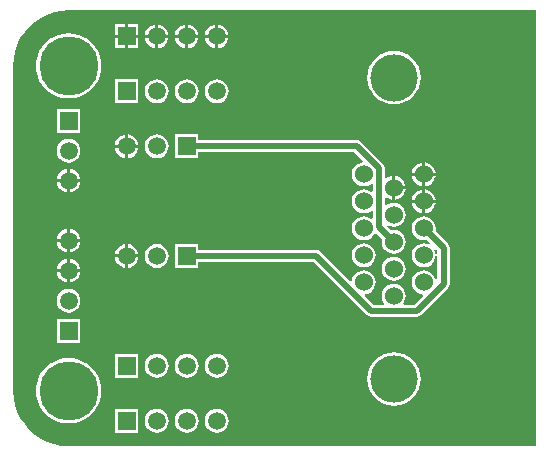
<source format=gbl>
G04 Layer_Physical_Order=2*
G04 Layer_Color=16711680*
%FSLAX24Y24*%
%MOIN*%
G70*
G01*
G75*
%ADD14C,0.0200*%
%ADD15C,0.1575*%
%ADD16C,0.0600*%
%ADD17R,0.0591X0.0591*%
%ADD18C,0.0591*%
%ADD19R,0.0591X0.0591*%
%ADD20C,0.1969*%
G36*
X0Y12674D02*
X15595D01*
Y-1847D01*
X0D01*
X-7Y-1848D01*
X-241Y-1833D01*
X-479Y-1786D01*
X-708Y-1708D01*
X-924Y-1601D01*
X-1126Y-1467D01*
X-1307Y-1307D01*
X-1467Y-1126D01*
X-1601Y-924D01*
X-1708Y-708D01*
X-1786Y-479D01*
X-1833Y-241D01*
X-1848Y-7D01*
X-1847Y0D01*
Y10827D01*
X-1848Y10834D01*
X-1833Y11068D01*
X-1786Y11305D01*
X-1708Y11534D01*
X-1601Y11751D01*
X-1467Y11952D01*
X-1307Y12134D01*
X-1126Y12294D01*
X-924Y12428D01*
X-708Y12535D01*
X-479Y12613D01*
X-241Y12660D01*
X-7Y12675D01*
X0Y12674D01*
D02*
G37*
%LPC*%
G36*
X-50Y4950D02*
X-392D01*
X-385Y4897D01*
X-345Y4801D01*
X-282Y4718D01*
X-199Y4655D01*
X-103Y4615D01*
X-50Y4608D01*
Y4950D01*
D02*
G37*
G36*
X1987Y4883D02*
Y4540D01*
X2329D01*
X2322Y4594D01*
X2282Y4690D01*
X2219Y4772D01*
X2136Y4836D01*
X2040Y4876D01*
X1987Y4883D01*
D02*
G37*
G36*
X11843Y5817D02*
X11738Y5803D01*
X11641Y5763D01*
X11557Y5699D01*
X11493Y5615D01*
X11453Y5518D01*
X11439Y5413D01*
X11453Y5309D01*
X11493Y5212D01*
X11557Y5128D01*
X11641Y5064D01*
X11738Y5024D01*
X11843Y5010D01*
X11944Y5023D01*
X12055Y4912D01*
X12027Y4870D01*
X11947Y4903D01*
X11843Y4917D01*
X11738Y4903D01*
X11641Y4863D01*
X11557Y4799D01*
X11493Y4715D01*
X11453Y4618D01*
X11439Y4513D01*
X11453Y4409D01*
X11493Y4312D01*
X11557Y4228D01*
X11641Y4164D01*
X11738Y4124D01*
X11843Y4110D01*
X11947Y4124D01*
X12044Y4164D01*
X12128Y4228D01*
X12192Y4312D01*
X12232Y4409D01*
X12246Y4513D01*
X12232Y4618D01*
X12199Y4698D01*
X12242Y4726D01*
X12296Y4671D01*
Y3696D01*
X12286Y3689D01*
X12233Y3712D01*
X12232Y3718D01*
X12192Y3815D01*
X12128Y3899D01*
X12044Y3963D01*
X11947Y4003D01*
X11843Y4017D01*
X11738Y4003D01*
X11641Y3963D01*
X11557Y3899D01*
X11493Y3815D01*
X11453Y3718D01*
X11439Y3613D01*
X11453Y3509D01*
X11493Y3412D01*
X11557Y3328D01*
X11641Y3264D01*
X11738Y3224D01*
X11794Y3216D01*
X11811Y3164D01*
X11515Y2867D01*
X11183D01*
X11158Y2917D01*
X11192Y2962D01*
X11232Y3059D01*
X11246Y3163D01*
X11232Y3268D01*
X11192Y3365D01*
X11128Y3449D01*
X11044Y3513D01*
X10947Y3553D01*
X10843Y3567D01*
X10738Y3553D01*
X10641Y3513D01*
X10557Y3449D01*
X10493Y3365D01*
X10453Y3268D01*
X10439Y3163D01*
X10453Y3059D01*
X10493Y2962D01*
X10527Y2917D01*
X10503Y2867D01*
X10170D01*
X9874Y3164D01*
X9892Y3216D01*
X9947Y3224D01*
X10044Y3264D01*
X10128Y3328D01*
X10192Y3412D01*
X10232Y3509D01*
X10246Y3613D01*
X10232Y3718D01*
X10192Y3815D01*
X10128Y3899D01*
X10044Y3963D01*
X9947Y4003D01*
X9843Y4017D01*
X9738Y4003D01*
X9641Y3963D01*
X9557Y3899D01*
X9493Y3815D01*
X9453Y3718D01*
X9446Y3662D01*
X9393Y3644D01*
X8403Y4635D01*
X8336Y4679D01*
X8258Y4694D01*
X4332D01*
Y4886D01*
X3542D01*
Y4095D01*
X4332D01*
Y4287D01*
X8174D01*
X9941Y2519D01*
X10007Y2475D01*
X10085Y2459D01*
X11600D01*
X11678Y2475D01*
X11744Y2519D01*
X12644Y3420D01*
X12688Y3486D01*
X12704Y3564D01*
Y4756D01*
X12688Y4834D01*
X12644Y4900D01*
X12233Y5312D01*
X12246Y5413D01*
X12232Y5518D01*
X12192Y5615D01*
X12128Y5699D01*
X12044Y5763D01*
X11947Y5803D01*
X11843Y5817D01*
D02*
G37*
G36*
X392Y4950D02*
X50D01*
Y4608D01*
X103Y4615D01*
X199Y4655D01*
X282Y4718D01*
X345Y4801D01*
X385Y4897D01*
X392Y4950D01*
D02*
G37*
G36*
X2329Y4440D02*
X1987D01*
Y4098D01*
X2040Y4105D01*
X2136Y4145D01*
X2219Y4209D01*
X2282Y4291D01*
X2322Y4387D01*
X2329Y4440D01*
D02*
G37*
G36*
X1887D02*
X1545D01*
X1552Y4387D01*
X1592Y4291D01*
X1655Y4209D01*
X1738Y4145D01*
X1834Y4105D01*
X1887Y4098D01*
Y4440D01*
D02*
G37*
G36*
Y4883D02*
X1834Y4876D01*
X1738Y4836D01*
X1655Y4772D01*
X1592Y4690D01*
X1552Y4594D01*
X1545Y4540D01*
X1887D01*
Y4883D01*
D02*
G37*
G36*
X9843Y4917D02*
X9738Y4903D01*
X9641Y4863D01*
X9557Y4799D01*
X9493Y4715D01*
X9453Y4618D01*
X9439Y4513D01*
X9453Y4409D01*
X9493Y4312D01*
X9557Y4228D01*
X9641Y4164D01*
X9738Y4124D01*
X9843Y4110D01*
X9947Y4124D01*
X10044Y4164D01*
X10128Y4228D01*
X10192Y4312D01*
X10232Y4409D01*
X10246Y4513D01*
X10232Y4618D01*
X10192Y4715D01*
X10128Y4799D01*
X10044Y4863D01*
X9947Y4903D01*
X9843Y4917D01*
D02*
G37*
G36*
X-50Y5392D02*
X-103Y5385D01*
X-199Y5345D01*
X-282Y5282D01*
X-345Y5199D01*
X-385Y5103D01*
X-392Y5050D01*
X-50D01*
Y5392D01*
D02*
G37*
G36*
X11239Y6713D02*
X10893D01*
Y6367D01*
X10947Y6374D01*
X11044Y6414D01*
X11128Y6478D01*
X11192Y6562D01*
X11232Y6659D01*
X11239Y6713D01*
D02*
G37*
G36*
X11893Y6710D02*
Y6363D01*
X12239D01*
X12232Y6418D01*
X12192Y6515D01*
X12128Y6599D01*
X12044Y6663D01*
X11947Y6703D01*
X11893Y6710D01*
D02*
G37*
G36*
X392Y6950D02*
X50D01*
Y6608D01*
X103Y6615D01*
X199Y6655D01*
X282Y6718D01*
X345Y6801D01*
X385Y6897D01*
X392Y6950D01*
D02*
G37*
G36*
X-50D02*
X-392D01*
X-385Y6897D01*
X-345Y6801D01*
X-282Y6718D01*
X-199Y6655D01*
X-103Y6615D01*
X-50Y6608D01*
Y6950D01*
D02*
G37*
G36*
X11793Y6263D02*
X11446D01*
X11453Y6209D01*
X11493Y6112D01*
X11557Y6028D01*
X11641Y5964D01*
X11738Y5924D01*
X11793Y5917D01*
Y6263D01*
D02*
G37*
G36*
X50Y5392D02*
Y5050D01*
X392D01*
X385Y5103D01*
X345Y5199D01*
X282Y5282D01*
X199Y5345D01*
X103Y5385D01*
X50Y5392D01*
D02*
G37*
G36*
X11793Y6710D02*
X11738Y6703D01*
X11641Y6663D01*
X11557Y6599D01*
X11493Y6515D01*
X11453Y6418D01*
X11446Y6363D01*
X11793D01*
Y6710D01*
D02*
G37*
G36*
X12239Y6263D02*
X11893D01*
Y5917D01*
X11947Y5924D01*
X12044Y5964D01*
X12128Y6028D01*
X12192Y6112D01*
X12232Y6209D01*
X12239Y6263D01*
D02*
G37*
G36*
X2937Y4889D02*
X2834Y4876D01*
X2738Y4836D01*
X2655Y4772D01*
X2592Y4690D01*
X2552Y4594D01*
X2538Y4490D01*
X2552Y4387D01*
X2592Y4291D01*
X2655Y4209D01*
X2738Y4145D01*
X2834Y4105D01*
X2937Y4092D01*
X3040Y4105D01*
X3136Y4145D01*
X3219Y4209D01*
X3282Y4291D01*
X3322Y4387D01*
X3336Y4490D01*
X3322Y4594D01*
X3282Y4690D01*
X3219Y4772D01*
X3136Y4836D01*
X3040Y4876D01*
X2937Y4889D01*
D02*
G37*
G36*
X10843Y1283D02*
X10669Y1266D01*
X10501Y1216D01*
X10347Y1133D01*
X10212Y1022D01*
X10101Y887D01*
X10019Y733D01*
X9968Y566D01*
X9951Y392D01*
X9968Y218D01*
X10019Y50D01*
X10101Y-104D01*
X10212Y-239D01*
X10347Y-350D01*
X10501Y-432D01*
X10669Y-483D01*
X10843Y-500D01*
X11016Y-483D01*
X11184Y-432D01*
X11338Y-350D01*
X11473Y-239D01*
X11584Y-104D01*
X11666Y50D01*
X11717Y218D01*
X11734Y392D01*
X11717Y566D01*
X11666Y733D01*
X11584Y887D01*
X11473Y1022D01*
X11338Y1133D01*
X11184Y1216D01*
X11016Y1266D01*
X10843Y1283D01*
D02*
G37*
G36*
X0Y1088D02*
X-170Y1074D01*
X-336Y1034D01*
X-494Y969D01*
X-639Y880D01*
X-769Y769D01*
X-880Y639D01*
X-969Y494D01*
X-1034Y336D01*
X-1074Y170D01*
X-1088Y0D01*
X-1074Y-170D01*
X-1034Y-336D01*
X-969Y-494D01*
X-880Y-639D01*
X-769Y-769D01*
X-639Y-880D01*
X-494Y-969D01*
X-336Y-1034D01*
X-170Y-1074D01*
X0Y-1088D01*
X170Y-1074D01*
X336Y-1034D01*
X494Y-969D01*
X639Y-880D01*
X769Y-769D01*
X880Y-639D01*
X969Y-494D01*
X1034Y-336D01*
X1074Y-170D01*
X1088Y0D01*
X1074Y170D01*
X1034Y336D01*
X969Y494D01*
X880Y639D01*
X769Y769D01*
X639Y880D01*
X494Y969D01*
X336Y1034D01*
X170Y1074D01*
X0Y1088D01*
D02*
G37*
G36*
X3937Y1229D02*
X3834Y1215D01*
X3738Y1175D01*
X3655Y1112D01*
X3592Y1029D01*
X3552Y933D01*
X3538Y830D01*
X3552Y727D01*
X3592Y631D01*
X3655Y548D01*
X3738Y485D01*
X3834Y445D01*
X3937Y431D01*
X4040Y445D01*
X4136Y485D01*
X4219Y548D01*
X4282Y631D01*
X4322Y727D01*
X4336Y830D01*
X4322Y933D01*
X4282Y1029D01*
X4219Y1112D01*
X4136Y1175D01*
X4040Y1215D01*
X3937Y1229D01*
D02*
G37*
G36*
X2937D02*
X2834Y1215D01*
X2738Y1175D01*
X2655Y1112D01*
X2592Y1029D01*
X2552Y933D01*
X2538Y830D01*
X2552Y727D01*
X2592Y631D01*
X2655Y548D01*
X2738Y485D01*
X2834Y445D01*
X2937Y431D01*
X3040Y445D01*
X3136Y485D01*
X3219Y548D01*
X3282Y631D01*
X3322Y727D01*
X3336Y830D01*
X3322Y933D01*
X3282Y1029D01*
X3219Y1112D01*
X3136Y1175D01*
X3040Y1215D01*
X2937Y1229D01*
D02*
G37*
G36*
X3937Y-601D02*
X3834Y-615D01*
X3738Y-655D01*
X3655Y-718D01*
X3592Y-801D01*
X3552Y-897D01*
X3538Y-1000D01*
X3552Y-1103D01*
X3592Y-1199D01*
X3655Y-1282D01*
X3738Y-1345D01*
X3834Y-1385D01*
X3937Y-1399D01*
X4040Y-1385D01*
X4136Y-1345D01*
X4219Y-1282D01*
X4282Y-1199D01*
X4322Y-1103D01*
X4336Y-1000D01*
X4322Y-897D01*
X4282Y-801D01*
X4219Y-718D01*
X4136Y-655D01*
X4040Y-615D01*
X3937Y-601D01*
D02*
G37*
G36*
X2937D02*
X2834Y-615D01*
X2738Y-655D01*
X2655Y-718D01*
X2592Y-801D01*
X2552Y-897D01*
X2538Y-1000D01*
X2552Y-1103D01*
X2592Y-1199D01*
X2655Y-1282D01*
X2738Y-1345D01*
X2834Y-1385D01*
X2937Y-1399D01*
X3040Y-1385D01*
X3136Y-1345D01*
X3219Y-1282D01*
X3282Y-1199D01*
X3322Y-1103D01*
X3336Y-1000D01*
X3322Y-897D01*
X3282Y-801D01*
X3219Y-718D01*
X3136Y-655D01*
X3040Y-615D01*
X2937Y-601D01*
D02*
G37*
G36*
X2332Y-605D02*
X1542D01*
Y-1395D01*
X2332D01*
Y-605D01*
D02*
G37*
G36*
X4937Y-601D02*
X4834Y-615D01*
X4738Y-655D01*
X4655Y-718D01*
X4592Y-801D01*
X4552Y-897D01*
X4538Y-1000D01*
X4552Y-1103D01*
X4592Y-1199D01*
X4655Y-1282D01*
X4738Y-1345D01*
X4834Y-1385D01*
X4937Y-1399D01*
X5040Y-1385D01*
X5136Y-1345D01*
X5219Y-1282D01*
X5282Y-1199D01*
X5322Y-1103D01*
X5336Y-1000D01*
X5322Y-897D01*
X5282Y-801D01*
X5219Y-718D01*
X5136Y-655D01*
X5040Y-615D01*
X4937Y-601D01*
D02*
G37*
G36*
Y1229D02*
X4834Y1215D01*
X4738Y1175D01*
X4655Y1112D01*
X4592Y1029D01*
X4552Y933D01*
X4538Y830D01*
X4552Y727D01*
X4592Y631D01*
X4655Y548D01*
X4738Y485D01*
X4834Y445D01*
X4937Y431D01*
X5040Y445D01*
X5136Y485D01*
X5219Y548D01*
X5282Y631D01*
X5322Y727D01*
X5336Y830D01*
X5322Y933D01*
X5282Y1029D01*
X5219Y1112D01*
X5136Y1175D01*
X5040Y1215D01*
X4937Y1229D01*
D02*
G37*
G36*
X10843Y4467D02*
X10738Y4453D01*
X10641Y4413D01*
X10557Y4349D01*
X10493Y4265D01*
X10453Y4168D01*
X10439Y4063D01*
X10453Y3959D01*
X10493Y3862D01*
X10557Y3778D01*
X10641Y3714D01*
X10738Y3674D01*
X10843Y3660D01*
X10947Y3674D01*
X11044Y3714D01*
X11128Y3778D01*
X11192Y3862D01*
X11232Y3959D01*
X11246Y4063D01*
X11232Y4168D01*
X11192Y4265D01*
X11128Y4349D01*
X11044Y4413D01*
X10947Y4453D01*
X10843Y4467D01*
D02*
G37*
G36*
X392Y3950D02*
X50D01*
Y3608D01*
X103Y3615D01*
X199Y3655D01*
X282Y3718D01*
X345Y3801D01*
X385Y3897D01*
X392Y3950D01*
D02*
G37*
G36*
X50Y4392D02*
Y4050D01*
X392D01*
X385Y4103D01*
X345Y4199D01*
X282Y4282D01*
X199Y4345D01*
X103Y4385D01*
X50Y4392D01*
D02*
G37*
G36*
X-50D02*
X-103Y4385D01*
X-199Y4345D01*
X-282Y4282D01*
X-345Y4199D01*
X-385Y4103D01*
X-392Y4050D01*
X-50D01*
Y4392D01*
D02*
G37*
G36*
X395Y2395D02*
X-395D01*
Y1605D01*
X395D01*
Y2395D01*
D02*
G37*
G36*
X2332Y1225D02*
X1542D01*
Y435D01*
X2332D01*
Y1225D01*
D02*
G37*
G36*
X-50Y3950D02*
X-392D01*
X-385Y3897D01*
X-345Y3801D01*
X-282Y3718D01*
X-199Y3655D01*
X-103Y3615D01*
X-50Y3608D01*
Y3950D01*
D02*
G37*
G36*
X0Y3399D02*
X-103Y3385D01*
X-199Y3345D01*
X-282Y3282D01*
X-345Y3199D01*
X-385Y3103D01*
X-399Y3000D01*
X-385Y2897D01*
X-345Y2801D01*
X-282Y2718D01*
X-199Y2655D01*
X-103Y2615D01*
X0Y2601D01*
X103Y2615D01*
X199Y2655D01*
X282Y2718D01*
X345Y2801D01*
X385Y2897D01*
X399Y3000D01*
X385Y3103D01*
X345Y3199D01*
X282Y3282D01*
X199Y3345D01*
X103Y3385D01*
X0Y3399D01*
D02*
G37*
G36*
X4332Y8546D02*
X3542D01*
Y7755D01*
X4332D01*
Y7947D01*
X9528D01*
X9811Y7663D01*
X9794Y7610D01*
X9738Y7603D01*
X9641Y7563D01*
X9557Y7499D01*
X9493Y7415D01*
X9453Y7318D01*
X9439Y7213D01*
X9453Y7109D01*
X9493Y7012D01*
X9557Y6928D01*
X9641Y6864D01*
X9738Y6824D01*
X9843Y6810D01*
X9947Y6824D01*
X10044Y6864D01*
X10089Y6898D01*
X10139Y6873D01*
Y6653D01*
X10089Y6629D01*
X10044Y6663D01*
X9947Y6703D01*
X9843Y6717D01*
X9738Y6703D01*
X9641Y6663D01*
X9557Y6599D01*
X9493Y6515D01*
X9453Y6418D01*
X9439Y6313D01*
X9453Y6209D01*
X9493Y6112D01*
X9557Y6028D01*
X9641Y5964D01*
X9738Y5924D01*
X9843Y5910D01*
X9947Y5924D01*
X10044Y5964D01*
X10089Y5998D01*
X10139Y5973D01*
Y5753D01*
X10089Y5729D01*
X10044Y5763D01*
X9947Y5803D01*
X9843Y5817D01*
X9738Y5803D01*
X9641Y5763D01*
X9557Y5699D01*
X9493Y5615D01*
X9453Y5518D01*
X9439Y5413D01*
X9453Y5309D01*
X9493Y5212D01*
X9557Y5128D01*
X9641Y5064D01*
X9738Y5024D01*
X9843Y5010D01*
X9947Y5024D01*
X10044Y5064D01*
X10128Y5128D01*
X10192Y5212D01*
X10208Y5251D01*
X10257Y5260D01*
X10452Y5065D01*
X10439Y4963D01*
X10453Y4859D01*
X10493Y4762D01*
X10557Y4678D01*
X10641Y4614D01*
X10738Y4574D01*
X10843Y4560D01*
X10947Y4574D01*
X11044Y4614D01*
X11128Y4678D01*
X11192Y4762D01*
X11232Y4859D01*
X11246Y4963D01*
X11232Y5068D01*
X11192Y5165D01*
X11128Y5249D01*
X11044Y5313D01*
X10947Y5353D01*
X10843Y5367D01*
X10741Y5353D01*
X10630Y5464D01*
X10658Y5507D01*
X10738Y5474D01*
X10843Y5460D01*
X10947Y5474D01*
X11044Y5514D01*
X11128Y5578D01*
X11192Y5662D01*
X11232Y5759D01*
X11246Y5863D01*
X11232Y5968D01*
X11192Y6065D01*
X11128Y6149D01*
X11044Y6213D01*
X10947Y6253D01*
X10843Y6267D01*
X10738Y6253D01*
X10641Y6213D01*
X10596Y6179D01*
X10546Y6203D01*
Y6423D01*
X10596Y6448D01*
X10641Y6414D01*
X10738Y6374D01*
X10793Y6367D01*
Y6763D01*
Y7160D01*
X10738Y7153D01*
X10641Y7113D01*
X10596Y7079D01*
X10546Y7103D01*
Y7420D01*
X10531Y7499D01*
X10487Y7565D01*
X10487Y7565D01*
X9756Y8295D01*
X9690Y8339D01*
X9612Y8355D01*
X4332D01*
Y8546D01*
D02*
G37*
G36*
X3887Y11761D02*
X3545D01*
X3552Y11708D01*
X3592Y11612D01*
X3655Y11529D01*
X3738Y11466D01*
X3834Y11426D01*
X3887Y11419D01*
Y11761D01*
D02*
G37*
G36*
X3329D02*
X2987D01*
Y11419D01*
X3040Y11426D01*
X3136Y11466D01*
X3219Y11529D01*
X3282Y11612D01*
X3322Y11708D01*
X3329Y11761D01*
D02*
G37*
G36*
X4887D02*
X4545D01*
X4552Y11708D01*
X4592Y11612D01*
X4655Y11529D01*
X4738Y11466D01*
X4834Y11426D01*
X4887Y11419D01*
Y11761D01*
D02*
G37*
G36*
X4329D02*
X3987D01*
Y11419D01*
X4040Y11426D01*
X4136Y11466D01*
X4219Y11529D01*
X4282Y11612D01*
X4322Y11708D01*
X4329Y11761D01*
D02*
G37*
G36*
X2887D02*
X2545D01*
X2552Y11708D01*
X2592Y11612D01*
X2655Y11529D01*
X2738Y11466D01*
X2834Y11426D01*
X2887Y11419D01*
Y11761D01*
D02*
G37*
G36*
X0Y11914D02*
X-170Y11901D01*
X-336Y11861D01*
X-494Y11796D01*
X-639Y11707D01*
X-769Y11596D01*
X-880Y11466D01*
X-969Y11321D01*
X-1034Y11163D01*
X-1074Y10997D01*
X-1088Y10827D01*
X-1074Y10657D01*
X-1034Y10491D01*
X-969Y10333D01*
X-880Y10187D01*
X-769Y10058D01*
X-639Y9947D01*
X-494Y9858D01*
X-336Y9792D01*
X-170Y9753D01*
X0Y9739D01*
X170Y9753D01*
X336Y9792D01*
X494Y9858D01*
X639Y9947D01*
X769Y10058D01*
X880Y10187D01*
X969Y10333D01*
X1034Y10491D01*
X1074Y10657D01*
X1088Y10827D01*
X1074Y10997D01*
X1034Y11163D01*
X969Y11321D01*
X880Y11466D01*
X769Y11596D01*
X639Y11707D01*
X494Y11796D01*
X336Y11861D01*
X170Y11901D01*
X0Y11914D01*
D02*
G37*
G36*
X2332Y10376D02*
X1542D01*
Y9586D01*
X2332D01*
Y10376D01*
D02*
G37*
G36*
Y11761D02*
X1987D01*
Y11416D01*
X2332D01*
Y11761D01*
D02*
G37*
G36*
X1887D02*
X1542D01*
Y11416D01*
X1887D01*
Y11761D01*
D02*
G37*
G36*
X3987Y12203D02*
Y11861D01*
X4329D01*
X4322Y11914D01*
X4282Y12010D01*
X4219Y12093D01*
X4136Y12156D01*
X4040Y12196D01*
X3987Y12203D01*
D02*
G37*
G36*
X3887D02*
X3834Y12196D01*
X3738Y12156D01*
X3655Y12093D01*
X3592Y12010D01*
X3552Y11914D01*
X3545Y11861D01*
X3887D01*
Y12203D01*
D02*
G37*
G36*
X4987D02*
Y11861D01*
X5329D01*
X5322Y11914D01*
X5282Y12010D01*
X5219Y12093D01*
X5136Y12156D01*
X5040Y12196D01*
X4987Y12203D01*
D02*
G37*
G36*
X4887D02*
X4834Y12196D01*
X4738Y12156D01*
X4655Y12093D01*
X4592Y12010D01*
X4552Y11914D01*
X4545Y11861D01*
X4887D01*
Y12203D01*
D02*
G37*
G36*
X2987D02*
Y11861D01*
X3329D01*
X3322Y11914D01*
X3282Y12010D01*
X3219Y12093D01*
X3136Y12156D01*
X3040Y12196D01*
X2987Y12203D01*
D02*
G37*
G36*
X1887Y12206D02*
X1542D01*
Y11861D01*
X1887D01*
Y12206D01*
D02*
G37*
G36*
X5329Y11761D02*
X4987D01*
Y11419D01*
X5040Y11426D01*
X5136Y11466D01*
X5219Y11529D01*
X5282Y11612D01*
X5322Y11708D01*
X5329Y11761D01*
D02*
G37*
G36*
X2887Y12203D02*
X2834Y12196D01*
X2738Y12156D01*
X2655Y12093D01*
X2592Y12010D01*
X2552Y11914D01*
X2545Y11861D01*
X2887D01*
Y12203D01*
D02*
G37*
G36*
X2332Y12206D02*
X1987D01*
Y11861D01*
X2332D01*
Y12206D01*
D02*
G37*
G36*
X11893Y7610D02*
Y7263D01*
X12239D01*
X12232Y7318D01*
X12192Y7415D01*
X12128Y7499D01*
X12044Y7563D01*
X11947Y7603D01*
X11893Y7610D01*
D02*
G37*
G36*
X11793Y7610D02*
X11738Y7603D01*
X11641Y7563D01*
X11557Y7499D01*
X11493Y7415D01*
X11453Y7318D01*
X11446Y7263D01*
X11793D01*
Y7610D01*
D02*
G37*
G36*
X2937Y8549D02*
X2834Y8536D01*
X2738Y8496D01*
X2655Y8433D01*
X2592Y8350D01*
X2552Y8254D01*
X2538Y8151D01*
X2552Y8048D01*
X2592Y7951D01*
X2655Y7869D01*
X2738Y7805D01*
X2834Y7766D01*
X2937Y7752D01*
X3040Y7766D01*
X3136Y7805D01*
X3219Y7869D01*
X3282Y7951D01*
X3322Y8048D01*
X3336Y8151D01*
X3322Y8254D01*
X3282Y8350D01*
X3219Y8433D01*
X3136Y8496D01*
X3040Y8536D01*
X2937Y8549D01*
D02*
G37*
G36*
X0Y8399D02*
X-103Y8385D01*
X-199Y8345D01*
X-282Y8282D01*
X-345Y8199D01*
X-385Y8103D01*
X-399Y8000D01*
X-385Y7897D01*
X-345Y7801D01*
X-282Y7718D01*
X-199Y7655D01*
X-103Y7615D01*
X0Y7601D01*
X103Y7615D01*
X199Y7655D01*
X282Y7718D01*
X345Y7801D01*
X385Y7897D01*
X399Y8000D01*
X385Y8103D01*
X345Y8199D01*
X282Y8282D01*
X199Y8345D01*
X103Y8385D01*
X0Y8399D01*
D02*
G37*
G36*
X50Y7392D02*
Y7050D01*
X392D01*
X385Y7103D01*
X345Y7199D01*
X282Y7282D01*
X199Y7345D01*
X103Y7385D01*
X50Y7392D01*
D02*
G37*
G36*
X11793Y7163D02*
X11446D01*
X11453Y7109D01*
X11493Y7012D01*
X11557Y6928D01*
X11641Y6864D01*
X11738Y6824D01*
X11793Y6817D01*
Y7163D01*
D02*
G37*
G36*
X10893Y7160D02*
Y6813D01*
X11239D01*
X11232Y6868D01*
X11192Y6965D01*
X11128Y7049D01*
X11044Y7113D01*
X10947Y7153D01*
X10893Y7160D01*
D02*
G37*
G36*
X-50Y7392D02*
X-103Y7385D01*
X-199Y7345D01*
X-282Y7282D01*
X-345Y7199D01*
X-385Y7103D01*
X-392Y7050D01*
X-50D01*
Y7392D01*
D02*
G37*
G36*
X12239Y7163D02*
X11893D01*
Y6817D01*
X11947Y6824D01*
X12044Y6864D01*
X12128Y6928D01*
X12192Y7012D01*
X12232Y7109D01*
X12239Y7163D01*
D02*
G37*
G36*
X2937Y10380D02*
X2834Y10366D01*
X2738Y10326D01*
X2655Y10263D01*
X2592Y10180D01*
X2552Y10084D01*
X2538Y9981D01*
X2552Y9878D01*
X2592Y9782D01*
X2655Y9699D01*
X2738Y9636D01*
X2834Y9596D01*
X2937Y9582D01*
X3040Y9596D01*
X3136Y9636D01*
X3219Y9699D01*
X3282Y9782D01*
X3322Y9878D01*
X3336Y9981D01*
X3322Y10084D01*
X3282Y10180D01*
X3219Y10263D01*
X3136Y10326D01*
X3040Y10366D01*
X2937Y10380D01*
D02*
G37*
G36*
X10843Y11327D02*
X10669Y11310D01*
X10501Y11259D01*
X10347Y11176D01*
X10212Y11066D01*
X10101Y10930D01*
X10019Y10776D01*
X9968Y10609D01*
X9951Y10435D01*
X9968Y10261D01*
X10019Y10094D01*
X10101Y9940D01*
X10212Y9805D01*
X10347Y9694D01*
X10501Y9611D01*
X10669Y9560D01*
X10843Y9543D01*
X11016Y9560D01*
X11184Y9611D01*
X11338Y9694D01*
X11473Y9805D01*
X11584Y9940D01*
X11666Y10094D01*
X11717Y10261D01*
X11734Y10435D01*
X11717Y10609D01*
X11666Y10776D01*
X11584Y10930D01*
X11473Y11066D01*
X11338Y11176D01*
X11184Y11259D01*
X11016Y11310D01*
X10843Y11327D01*
D02*
G37*
G36*
X4937Y10380D02*
X4834Y10366D01*
X4738Y10326D01*
X4655Y10263D01*
X4592Y10180D01*
X4552Y10084D01*
X4538Y9981D01*
X4552Y9878D01*
X4592Y9782D01*
X4655Y9699D01*
X4738Y9636D01*
X4834Y9596D01*
X4937Y9582D01*
X5040Y9596D01*
X5136Y9636D01*
X5219Y9699D01*
X5282Y9782D01*
X5322Y9878D01*
X5336Y9981D01*
X5322Y10084D01*
X5282Y10180D01*
X5219Y10263D01*
X5136Y10326D01*
X5040Y10366D01*
X4937Y10380D01*
D02*
G37*
G36*
X3937D02*
X3834Y10366D01*
X3738Y10326D01*
X3655Y10263D01*
X3592Y10180D01*
X3552Y10084D01*
X3538Y9981D01*
X3552Y9878D01*
X3592Y9782D01*
X3655Y9699D01*
X3738Y9636D01*
X3834Y9596D01*
X3937Y9582D01*
X4040Y9596D01*
X4136Y9636D01*
X4219Y9699D01*
X4282Y9782D01*
X4322Y9878D01*
X4336Y9981D01*
X4322Y10084D01*
X4282Y10180D01*
X4219Y10263D01*
X4136Y10326D01*
X4040Y10366D01*
X3937Y10380D01*
D02*
G37*
G36*
X395Y9395D02*
X-395D01*
Y8605D01*
X395D01*
Y9395D01*
D02*
G37*
G36*
X2329Y8101D02*
X1987D01*
Y7759D01*
X2040Y7766D01*
X2136Y7805D01*
X2219Y7869D01*
X2282Y7951D01*
X2322Y8048D01*
X2329Y8101D01*
D02*
G37*
G36*
X1887D02*
X1545D01*
X1552Y8048D01*
X1592Y7951D01*
X1655Y7869D01*
X1738Y7805D01*
X1834Y7766D01*
X1887Y7759D01*
Y8101D01*
D02*
G37*
G36*
X1987Y8543D02*
Y8201D01*
X2329D01*
X2322Y8254D01*
X2282Y8350D01*
X2219Y8433D01*
X2136Y8496D01*
X2040Y8536D01*
X1987Y8543D01*
D02*
G37*
G36*
X1887D02*
X1834Y8536D01*
X1738Y8496D01*
X1655Y8433D01*
X1592Y8350D01*
X1552Y8254D01*
X1545Y8201D01*
X1887D01*
Y8543D01*
D02*
G37*
%LPD*%
D14*
X10343Y5463D02*
X10843Y4963D01*
X10343Y5463D02*
Y7420D01*
X9612Y8151D02*
X10343Y7420D01*
X3937Y8151D02*
X9612D01*
X11843Y5413D02*
X12500Y4756D01*
Y3564D02*
Y4756D01*
X11600Y2663D02*
X12500Y3564D01*
X10085Y2663D02*
X11600D01*
X8258Y4490D02*
X10085Y2663D01*
X3937Y4490D02*
X8258D01*
D15*
X10843Y392D02*
D03*
Y10435D02*
D03*
D16*
X9843Y3613D02*
D03*
Y5413D02*
D03*
Y4513D02*
D03*
Y6313D02*
D03*
Y7213D02*
D03*
X10843Y6763D02*
D03*
Y5863D02*
D03*
Y4063D02*
D03*
Y4963D02*
D03*
Y3163D02*
D03*
X11843Y7213D02*
D03*
Y6313D02*
D03*
Y4513D02*
D03*
Y5413D02*
D03*
Y3613D02*
D03*
D17*
X1937Y11811D02*
D03*
Y9981D02*
D03*
X3937Y4490D02*
D03*
Y8151D02*
D03*
X1937Y-1000D02*
D03*
Y830D02*
D03*
D18*
X2937Y11811D02*
D03*
X3937D02*
D03*
X4937D02*
D03*
X0Y3000D02*
D03*
Y4000D02*
D03*
Y5000D02*
D03*
X2937Y9981D02*
D03*
X3937D02*
D03*
X4937D02*
D03*
X0Y7000D02*
D03*
Y8000D02*
D03*
X1937Y4490D02*
D03*
X2937D02*
D03*
X1937Y8151D02*
D03*
X2937D02*
D03*
Y-1000D02*
D03*
X3937D02*
D03*
X4937D02*
D03*
X2937Y830D02*
D03*
X3937D02*
D03*
X4937D02*
D03*
D19*
X0Y2000D02*
D03*
Y9000D02*
D03*
D20*
Y10827D02*
D03*
Y0D02*
D03*
M02*

</source>
